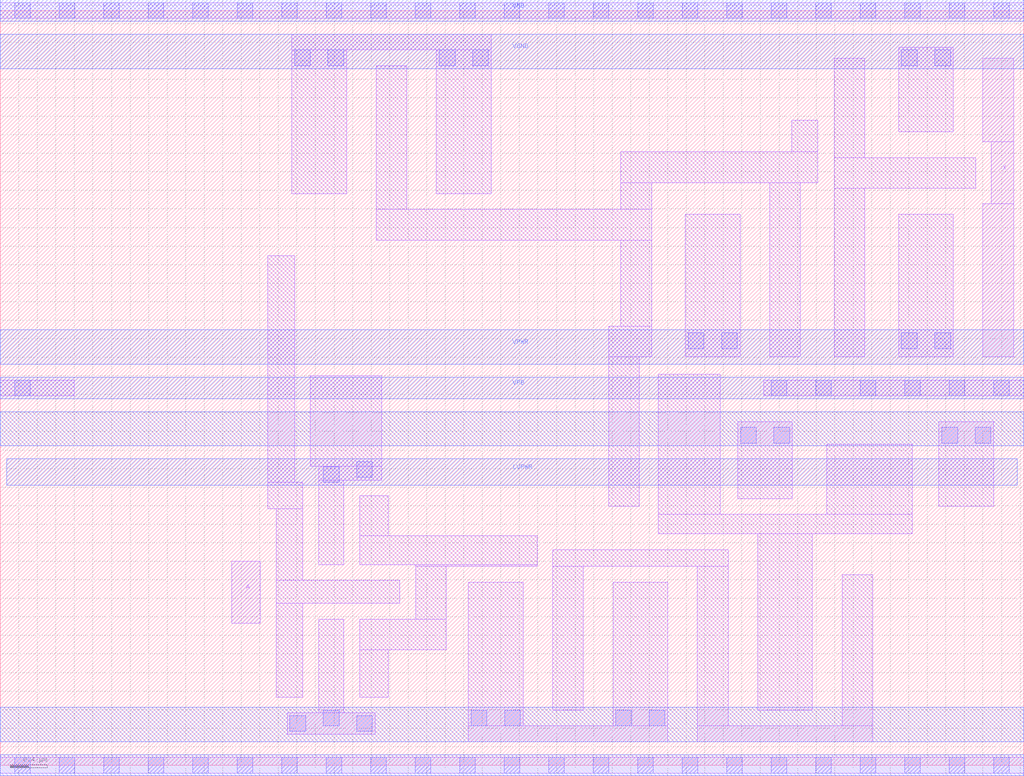
<source format=lef>
# Copyright 2020 The SkyWater PDK Authors
#
# Licensed under the Apache License, Version 2.0 (the "License");
# you may not use this file except in compliance with the License.
# You may obtain a copy of the License at
#
#     https://www.apache.org/licenses/LICENSE-2.0
#
# Unless required by applicable law or agreed to in writing, software
# distributed under the License is distributed on an "AS IS" BASIS,
# WITHOUT WARRANTIES OR CONDITIONS OF ANY KIND, either express or implied.
# See the License for the specific language governing permissions and
# limitations under the License.
#
# SPDX-License-Identifier: Apache-2.0

VERSION 5.7 ;
  NOWIREEXTENSIONATPIN ON ;
  DIVIDERCHAR "/" ;
  BUSBITCHARS "[]" ;
UNITS
  DATABASE MICRONS 200 ;
END UNITS
MACRO sky130_fd_sc_hvl__lsbuflv2hv_symmetric_1
  CLASS CORE ;
  FOREIGN sky130_fd_sc_hvl__lsbuflv2hv_symmetric_1 ;
  ORIGIN  0.000000  0.000000 ;
  SIZE  11.04000 BY  8.140000 ;
  SYMMETRY X Y R90 ;
  SITE unithv ;
  PIN A
    ANTENNAGATEAREA  0.252000 ;
    DIRECTION INPUT ;
    USE SIGNAL ;
    PORT
      LAYER li1 ;
        RECT 2.495000 1.530000 2.805000 2.200000 ;
    END
  END A
  PIN X
    ANTENNADIFFAREA  0.596250 ;
    DIRECTION OUTPUT ;
    USE SIGNAL ;
    PORT
      LAYER li1 ;
        RECT 10.600000 4.405000 10.930000 6.055000 ;
        RECT 10.600000 6.725000 10.930000 7.625000 ;
        RECT 10.690000 6.055000 10.930000 6.725000 ;
    END
  END X
  PIN LVPWR
    DIRECTION INOUT ;
    USE POWER ;
    PORT
      LAYER met1 ;
        RECT 0.070000 3.020000 10.970000 3.305000 ;
    END
  END LVPWR
  PIN VGND
    DIRECTION INOUT ;
    USE GROUND ;
    PORT
      LAYER met1 ;
        RECT 0.000000 7.515000 11.040000 7.885000 ;
    END
  END VGND
  PIN VNB
    DIRECTION INOUT ;
    USE GROUND ;
    PORT
      LAYER met1 ;
        RECT 0.000000 8.025000 11.040000 8.255000 ;
    END
  END VNB
  PIN VPB
    DIRECTION INOUT ;
    USE POWER ;
    PORT
      LAYER met1 ;
        RECT 0.000000 3.955000 11.040000 4.185000 ;
    END
  END VPB
  PIN VPWR
    DIRECTION INOUT ;
    USE POWER ;
    PORT
      LAYER met1 ;
        RECT 0.000000 4.325000 11.040000 4.695000 ;
    END
  END VPWR
  OBS
    LAYER li1 ;
      RECT  0.000000 -0.085000 11.040000 0.085000 ;
      RECT  0.000000  3.985000  0.800000 4.155000 ;
      RECT  0.000000  8.055000 11.040000 8.225000 ;
      RECT  2.885000  2.765000  3.265000 3.055000 ;
      RECT  2.885000  3.055000  3.175000 5.495000 ;
      RECT  2.975000  0.735000  3.265000 1.745000 ;
      RECT  2.975000  1.745000  4.310000 1.995000 ;
      RECT  2.975000  1.995000  3.265000 2.765000 ;
      RECT  3.095000  0.335000  4.045000 0.565000 ;
      RECT  3.145000  6.165000  3.735000 7.715000 ;
      RECT  3.145000  7.715000  5.295000 7.885000 ;
      RECT  3.345000  3.225000  4.115000 4.200000 ;
      RECT  3.435000  0.565000  3.705000 1.575000 ;
      RECT  3.435000  2.165000  3.705000 3.075000 ;
      RECT  3.435000  3.075000  4.115000 3.225000 ;
      RECT  3.875000  0.735000  4.185000 1.245000 ;
      RECT  3.875000  1.245000  4.810000 1.575000 ;
      RECT  3.875000  2.165000  5.790000 2.475000 ;
      RECT  3.875000  2.475000  4.185000 2.905000 ;
      RECT  4.055000  5.665000  7.025000 5.995000 ;
      RECT  4.055000  5.995000  4.385000 7.545000 ;
      RECT  4.480000  1.575000  4.810000 2.145000 ;
      RECT  4.480000  2.145000  5.790000 2.165000 ;
      RECT  4.705000  6.165000  5.295000 7.715000 ;
      RECT  5.050000  0.255000  7.200000 0.425000 ;
      RECT  5.050000  0.425000  5.640000 1.975000 ;
      RECT  5.960000  0.595000  6.290000 2.145000 ;
      RECT  5.960000  2.145000  7.850000 2.325000 ;
      RECT  6.565000  2.795000  6.895000 4.405000 ;
      RECT  6.565000  4.405000  7.025000 4.735000 ;
      RECT  6.610000  0.425000  7.200000 1.975000 ;
      RECT  6.695000  4.735000  7.025000 5.665000 ;
      RECT  6.695000  5.995000  7.025000 6.285000 ;
      RECT  6.695000  6.285000  8.815000 6.615000 ;
      RECT  7.095000  2.495000  9.835000 2.705000 ;
      RECT  7.095000  2.705000  7.765000 4.215000 ;
      RECT  7.390000  4.405000  7.980000 5.945000 ;
      RECT  7.520000  0.255000  9.410000 0.425000 ;
      RECT  7.520000  0.425000  7.850000 2.145000 ;
      RECT  7.955000  2.875000  8.545000 3.705000 ;
      RECT  8.170000  0.595000  8.760000 2.495000 ;
      RECT  8.235000  3.985000 11.040000 4.155000 ;
      RECT  8.300000  4.405000  8.630000 6.285000 ;
      RECT  8.535000  6.615000  8.815000 6.955000 ;
      RECT  8.915000  2.705000  9.835000 3.465000 ;
      RECT  8.995000  4.405000  9.325000 6.225000 ;
      RECT  8.995000  6.225000 10.520000 6.555000 ;
      RECT  8.995000  6.555000  9.325000 7.625000 ;
      RECT  9.080000  0.425000  9.410000 2.055000 ;
      RECT  9.690000  4.405000 10.280000 5.945000 ;
      RECT  9.690000  6.835000 10.280000 7.745000 ;
      RECT 10.125000  2.795000 10.715000 3.705000 ;
    LAYER mcon ;
      RECT  0.155000 -0.085000  0.325000 0.085000 ;
      RECT  0.155000  3.985000  0.325000 4.155000 ;
      RECT  0.155000  8.055000  0.325000 8.225000 ;
      RECT  0.635000 -0.085000  0.805000 0.085000 ;
      RECT  0.635000  8.055000  0.805000 8.225000 ;
      RECT  1.115000 -0.085000  1.285000 0.085000 ;
      RECT  1.115000  8.055000  1.285000 8.225000 ;
      RECT  1.595000 -0.085000  1.765000 0.085000 ;
      RECT  1.595000  8.055000  1.765000 8.225000 ;
      RECT  2.075000 -0.085000  2.245000 0.085000 ;
      RECT  2.075000  8.055000  2.245000 8.225000 ;
      RECT  2.555000 -0.085000  2.725000 0.085000 ;
      RECT  2.555000  8.055000  2.725000 8.225000 ;
      RECT  3.035000 -0.085000  3.205000 0.085000 ;
      RECT  3.035000  8.055000  3.205000 8.225000 ;
      RECT  3.125000  0.365000  3.295000 0.535000 ;
      RECT  3.175000  7.545000  3.345000 7.715000 ;
      RECT  3.485000  0.425000  3.655000 0.595000 ;
      RECT  3.485000  3.050000  3.655000 3.220000 ;
      RECT  3.515000 -0.085000  3.685000 0.085000 ;
      RECT  3.515000  8.055000  3.685000 8.225000 ;
      RECT  3.535000  7.545000  3.705000 7.715000 ;
      RECT  3.845000  0.365000  4.015000 0.535000 ;
      RECT  3.845000  3.105000  4.015000 3.275000 ;
      RECT  3.995000 -0.085000  4.165000 0.085000 ;
      RECT  3.995000  8.055000  4.165000 8.225000 ;
      RECT  4.475000 -0.085000  4.645000 0.085000 ;
      RECT  4.475000  8.055000  4.645000 8.225000 ;
      RECT  4.735000  7.545000  4.905000 7.715000 ;
      RECT  4.955000 -0.085000  5.125000 0.085000 ;
      RECT  4.955000  8.055000  5.125000 8.225000 ;
      RECT  5.080000  0.425000  5.250000 0.595000 ;
      RECT  5.095000  7.545000  5.265000 7.715000 ;
      RECT  5.435000 -0.085000  5.605000 0.085000 ;
      RECT  5.435000  8.055000  5.605000 8.225000 ;
      RECT  5.440000  0.425000  5.610000 0.595000 ;
      RECT  5.915000 -0.085000  6.085000 0.085000 ;
      RECT  5.915000  8.055000  6.085000 8.225000 ;
      RECT  6.395000 -0.085000  6.565000 0.085000 ;
      RECT  6.395000  8.055000  6.565000 8.225000 ;
      RECT  6.640000  0.425000  6.810000 0.595000 ;
      RECT  6.875000 -0.085000  7.045000 0.085000 ;
      RECT  6.875000  8.055000  7.045000 8.225000 ;
      RECT  7.000000  0.425000  7.170000 0.595000 ;
      RECT  7.355000 -0.085000  7.525000 0.085000 ;
      RECT  7.355000  8.055000  7.525000 8.225000 ;
      RECT  7.420000  4.495000  7.590000 4.665000 ;
      RECT  7.780000  4.495000  7.950000 4.665000 ;
      RECT  7.835000 -0.085000  8.005000 0.085000 ;
      RECT  7.835000  8.055000  8.005000 8.225000 ;
      RECT  7.985000  3.475000  8.155000 3.645000 ;
      RECT  8.315000 -0.085000  8.485000 0.085000 ;
      RECT  8.315000  3.985000  8.485000 4.155000 ;
      RECT  8.315000  8.055000  8.485000 8.225000 ;
      RECT  8.345000  3.475000  8.515000 3.645000 ;
      RECT  8.795000 -0.085000  8.965000 0.085000 ;
      RECT  8.795000  3.985000  8.965000 4.155000 ;
      RECT  8.795000  8.055000  8.965000 8.225000 ;
      RECT  9.275000 -0.085000  9.445000 0.085000 ;
      RECT  9.275000  3.985000  9.445000 4.155000 ;
      RECT  9.275000  8.055000  9.445000 8.225000 ;
      RECT  9.720000  4.495000  9.890000 4.665000 ;
      RECT  9.720000  7.545000  9.890000 7.715000 ;
      RECT  9.755000 -0.085000  9.925000 0.085000 ;
      RECT  9.755000  3.985000  9.925000 4.155000 ;
      RECT  9.755000  8.055000  9.925000 8.225000 ;
      RECT 10.080000  4.495000 10.250000 4.665000 ;
      RECT 10.080000  7.545000 10.250000 7.715000 ;
      RECT 10.155000  3.475000 10.325000 3.645000 ;
      RECT 10.235000 -0.085000 10.405000 0.085000 ;
      RECT 10.235000  3.985000 10.405000 4.155000 ;
      RECT 10.235000  8.055000 10.405000 8.225000 ;
      RECT 10.515000  3.475000 10.685000 3.645000 ;
      RECT 10.715000 -0.085000 10.885000 0.085000 ;
      RECT 10.715000  3.985000 10.885000 4.155000 ;
      RECT 10.715000  8.055000 10.885000 8.225000 ;
    LAYER met1 ;
      RECT 0.000000 -0.115000 11.040000 0.115000 ;
      RECT 0.000000  0.255000 11.040000 0.625000 ;
      RECT 0.000000  3.445000 11.040000 3.815000 ;
  END
END sky130_fd_sc_hvl__lsbuflv2hv_symmetric_1
END LIBRARY

</source>
